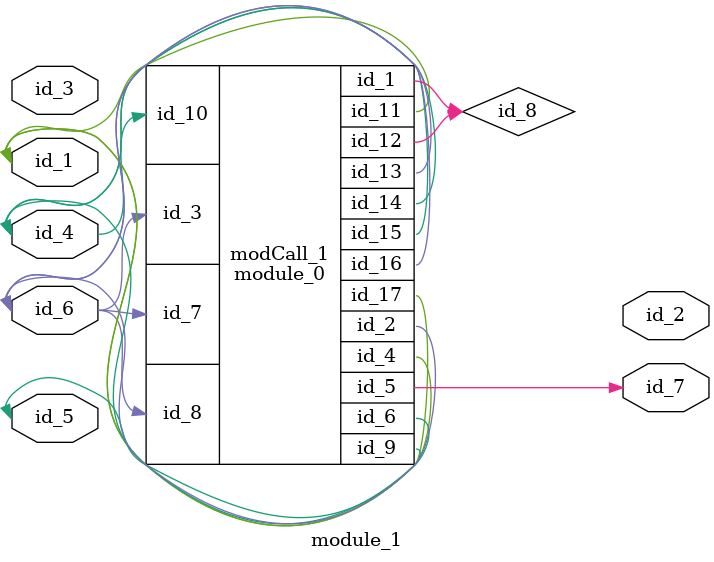
<source format=v>
module module_0 (
    id_1,
    id_2,
    id_3,
    id_4,
    id_5,
    id_6,
    id_7,
    id_8,
    id_9,
    id_10,
    id_11,
    id_12,
    id_13,
    id_14,
    id_15,
    id_16,
    id_17
);
  inout wire id_17;
  output wire id_16;
  output wire id_15;
  output wire id_14;
  output wire id_13;
  output wire id_12;
  inout wire id_11;
  input wire id_10;
  inout wire id_9;
  input wire id_8;
  input wire id_7;
  output wire id_6;
  output wire id_5;
  inout wire id_4;
  input wire id_3;
  output wire id_2;
  inout wire id_1;
endmodule
module module_1 (
    id_1,
    id_2,
    id_3,
    id_4,
    id_5,
    id_6,
    id_7
);
  output wire id_7;
  inout wire id_6;
  inout wire id_5;
  inout wire id_4;
  input wire id_3;
  output wire id_2;
  inout wire id_1;
  wire id_8;
  module_0 modCall_1 (
      id_8,
      id_6,
      id_6,
      id_1,
      id_7,
      id_5,
      id_6,
      id_6,
      id_4,
      id_4,
      id_1,
      id_8,
      id_6,
      id_4,
      id_4,
      id_6,
      id_1
  );
endmodule

</source>
